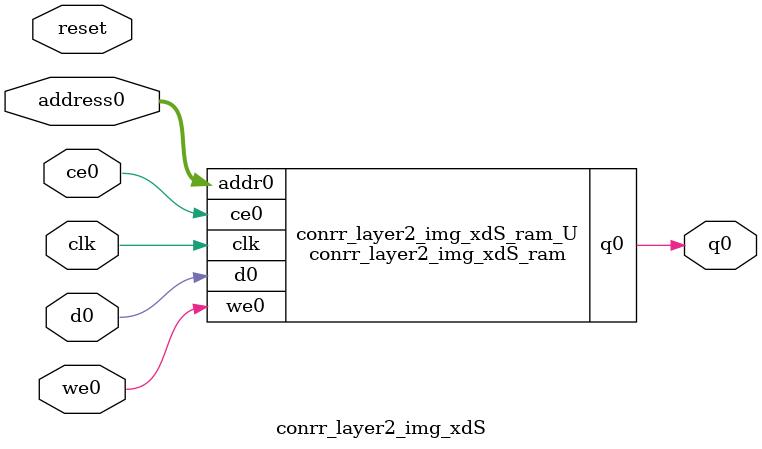
<source format=v>
`timescale 1 ns / 1 ps
module conrr_layer2_img_xdS_ram (addr0, ce0, d0, we0, q0,  clk);

parameter DWIDTH = 1;
parameter AWIDTH = 12;
parameter MEM_SIZE = 3584;

input[AWIDTH-1:0] addr0;
input ce0;
input[DWIDTH-1:0] d0;
input we0;
output reg[DWIDTH-1:0] q0;
input clk;

(* ram_style = "block" *)reg [DWIDTH-1:0] ram[0:MEM_SIZE-1];




always @(posedge clk)  
begin 
    if (ce0) 
    begin
        if (we0) 
        begin 
            ram[addr0] <= d0; 
        end 
        q0 <= ram[addr0];
    end
end


endmodule

`timescale 1 ns / 1 ps
module conrr_layer2_img_xdS(
    reset,
    clk,
    address0,
    ce0,
    we0,
    d0,
    q0);

parameter DataWidth = 32'd1;
parameter AddressRange = 32'd3584;
parameter AddressWidth = 32'd12;
input reset;
input clk;
input[AddressWidth - 1:0] address0;
input ce0;
input we0;
input[DataWidth - 1:0] d0;
output[DataWidth - 1:0] q0;



conrr_layer2_img_xdS_ram conrr_layer2_img_xdS_ram_U(
    .clk( clk ),
    .addr0( address0 ),
    .ce0( ce0 ),
    .we0( we0 ),
    .d0( d0 ),
    .q0( q0 ));

endmodule


</source>
